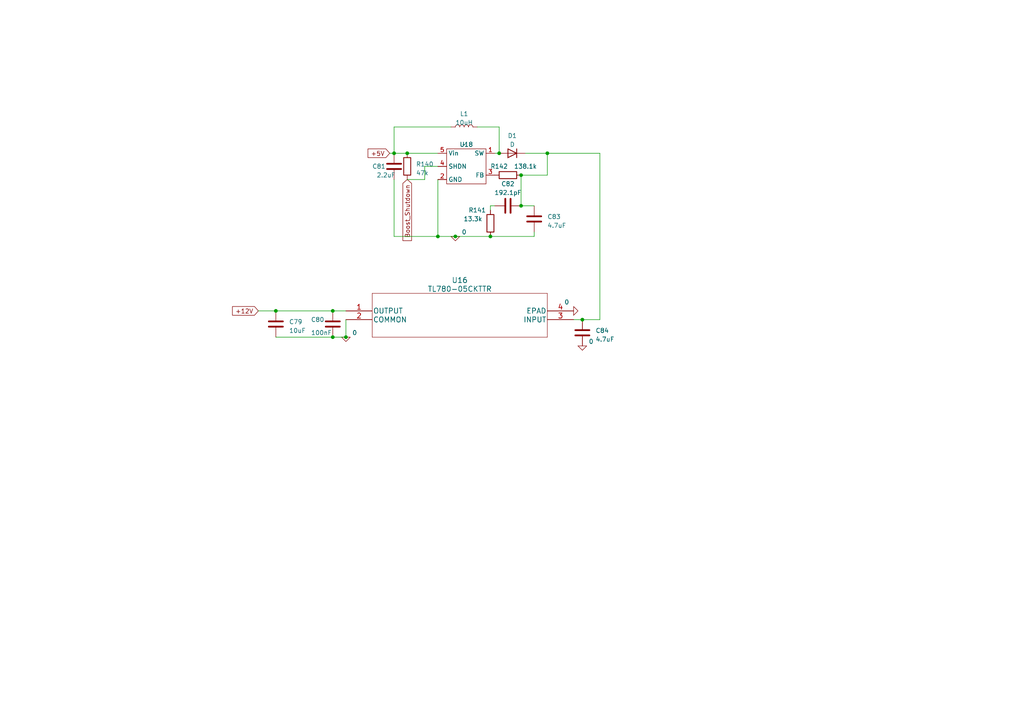
<source format=kicad_sch>
(kicad_sch (version 20230121) (generator eeschema)
  (paper "A4")
  (lib_symbols
    (symbol "Device:C" (pin_numbers hide) (pin_names (offset 0.254))
      (property "Reference" "C" (at 0.635 2.54 0))
      (property "Value" "C" (at 0.635 -2.54 0))
      (symbol "C_0_1"
        (polyline (pts (xy -2.032 -0.762) (xy 2.032 -0.762)) (stroke (width 0.508)))
        (polyline (pts (xy -2.032 0.762) (xy 2.032 0.762)) (stroke (width 0.508)))
      )
      (symbol "C_1_1"
        (pin passive line (at 0 3.81 270) (length 2.794) (name "~") (number "1"))
        (pin passive line (at 0 -3.81 90) (length 2.794) (name "~") (number "2"))
      )
    )
    (symbol "Device:D" (pin_numbers hide) (pin_names (offset 1.016) hide)
      (property "Reference" "D" (at 0 2.54 0))
      (property "Value" "D" (at 0 -2.54 0))
      (symbol "D_0_1"
        (polyline (pts (xy -1.27 1.27) (xy -1.27 -1.27)) (stroke (width 0.254)))
        (polyline (pts (xy 1.27 0) (xy -1.27 0)))
        (polyline (pts (xy 1.27 1.27) (xy 1.27 -1.27) (xy -1.27 0) (xy 1.27 1.27)) (stroke (width 0.254)))
      )
      (symbol "D_1_1"
        (pin passive line (at -3.81 0 0) (length 2.54) (name "K") (number "1"))
        (pin passive line (at 3.81 0 180) (length 2.54) (name "A") (number "2"))
      )
    )
    (symbol "Device:L" (pin_numbers hide) (pin_names (offset 1.016) hide)
      (property "Reference" "L" (at -1.27 0 90))
      (property "Value" "L" (at 1.905 0 90))
      (symbol "L_0_1"
        (arc (start 0 -2.54) (mid 0.6323 -1.905) (end 0 -1.27))
        (arc (start 0 -1.27) (mid 0.6323 -0.635) (end 0 0))
        (arc (start 0 0) (mid 0.6323 0.635) (end 0 1.27))
        (arc (start 0 1.27) (mid 0.6323 1.905) (end 0 2.54))
      )
      (symbol "L_1_1"
        (pin passive line (at 0 3.81 270) (length 1.27) (name "1") (number "1"))
        (pin passive line (at 0 -3.81 90) (length 1.27) (name "2") (number "2"))
      )
    )
    (symbol "Device:R" (pin_numbers hide) (pin_names (offset 0))
      (property "Reference" "R" (at 2.032 0 90))
      (property "Value" "R" (at 0 0 90))
      (symbol "R_0_1"
        (rectangle (start -1.016 -2.54) (end 1.016 2.54) (stroke (width 0.254)))
      )
      (symbol "R_1_1"
        (pin passive line (at 0 3.81 270) (length 1.27) (name "~") (number "1"))
        (pin passive line (at 0 -3.81 90) (length 1.27) (name "~") (number "2"))
      )
    )
    (symbol "FaultSignalGeneratorCustomSymbols:TL780-05CKTTR" (pin_names (offset 0.254))
      (property "Reference" "U" (at 33.02 10.16 0))
      (property "Value" "TL780-05CKTTR" (at 33.02 7.62 0))
      (symbol "TL780-05CKTTR_1_1"
        (polyline (pts (xy 7.62 -7.62) (xy 58.42 -7.62)) (stroke (width 0.127)))
        (polyline (pts (xy 7.62 5.08) (xy 7.62 -7.62)) (stroke (width 0.127)))
        (polyline (pts (xy 58.42 -7.62) (xy 58.42 5.08)) (stroke (width 0.127)))
        (polyline (pts (xy 58.42 5.08) (xy 7.62 5.08)) (stroke (width 0.127)))
        (pin output line (at 0 0 0) (length 7.62) (name "OUTPUT") (number "1"))
        (pin unspecified line (at 0 -2.54 0) (length 7.62) (name "COMMON") (number "2"))
        (pin input line (at 66.04 -2.54 180) (length 7.62) (name "INPUT") (number "3"))
        (pin unspecified line (at 66.04 0 180) (length 7.62) (name "EPAD") (number "4"))
      )
    )
    (symbol "LMR62014_1"
      (property "Reference" "U" (at 0 0 0))
      (symbol "LMR62014_1_0_1"
        (rectangle (start -5.08 -1.27) (end 6.35 -11.43))
      )
      (symbol "LMR62014_1_1_1"
        (pin output line (at 8.89 -2.54 180) (length 2.54) (name "SW") (number "1"))
        (pin power_in line (at -7.62 -10.16 0) (length 2.54) (name "GND") (number "2"))
        (pin unspecified line (at 8.89 -8.89 180) (length 2.54) (name "FB") (number "3"))
        (pin input line (at -7.62 -6.35 0) (length 2.54) (name "SHDN") (number "4"))
        (pin power_in line (at -7.62 -2.54 0) (length 2.54) (name "Vin") (number "5"))
      )
    )
    (symbol "pspice:0" (power) (pin_names (offset 0))
      (property "Value" "0" (at 0 -1.778 0))
      (symbol "0_0_1"
        (polyline (pts (xy -1.27 0) (xy 0 -1.27) (xy 1.27 0) (xy -1.27 0)))
      )
      (symbol "0_1_1"
        (pin power_in line (at 0 0 0) (length 0) hide (name "0") (number "1"))
      )
    )
  )
  (junction (at 168.91 92.71))
  (junction (at 127 68.58))
  (junction (at 100.33 97.79))
  (junction (at 118.11 44.45))
  (junction (at 158.75 44.45))
  (junction (at 132.08 68.58))
  (junction (at 144.78 44.45))
  (junction (at 151.13 59.69))
  (junction (at 96.52 90.17))
  (junction (at 114.3 44.45))
  (junction (at 96.52 97.79))
  (junction (at 80.01 90.17))
  (junction (at 151.13 50.8))
  (junction (at 142.24 68.58))
  (wire (pts (xy 144.78 36.83) (xy 144.78 44.45)))
  (wire (pts (xy 114.3 52.07) (xy 114.3 68.58)))
  (wire (pts (xy 166.37 92.71) (xy 168.91 92.71)))
  (wire (pts (xy 123.19 48.26) (xy 123.19 52.07)))
  (wire (pts (xy 123.19 52.07) (xy 118.11 52.07)))
  (wire (pts (xy 74.93 90.17) (xy 80.01 90.17)))
  (wire (pts (xy 138.43 36.83) (xy 144.78 36.83)))
  (wire (pts (xy 80.01 97.79) (xy 96.52 97.79)))
  (wire (pts (xy 114.3 68.58) (xy 127 68.58)))
  (wire (pts (xy 80.01 90.17) (xy 96.52 90.17)))
  (wire (pts (xy 114.3 44.45) (xy 118.11 44.45)))
  (wire (pts (xy 96.52 90.17) (xy 100.33 90.17)))
  (wire (pts (xy 143.51 44.45) (xy 144.78 44.45)))
  (wire (pts (xy 151.13 59.69) (xy 154.94 59.69)))
  (wire (pts (xy 130.81 36.83) (xy 114.3 36.83)))
  (wire (pts (xy 113.03 44.45) (xy 114.3 44.45)))
  (wire (pts (xy 168.91 92.71) (xy 173.99 92.71)))
  (wire (pts (xy 100.33 92.71) (xy 100.33 97.79)))
  (wire (pts (xy 118.11 44.45) (xy 127 44.45)))
  (wire (pts (xy 96.52 97.79) (xy 100.33 97.79)))
  (wire (pts (xy 142.24 59.69) (xy 143.51 59.69)))
  (wire (pts (xy 154.94 67.31) (xy 154.94 68.58)))
  (wire (pts (xy 158.75 44.45) (xy 158.75 50.8)))
  (wire (pts (xy 142.24 60.96) (xy 142.24 59.69)))
  (wire (pts (xy 142.24 68.58) (xy 154.94 68.58)))
  (wire (pts (xy 173.99 92.71) (xy 173.99 44.45)))
  (wire (pts (xy 127 48.26) (xy 123.19 48.26)))
  (wire (pts (xy 132.08 68.58) (xy 142.24 68.58)))
  (wire (pts (xy 127 68.58) (xy 132.08 68.58)))
  (wire (pts (xy 173.99 44.45) (xy 158.75 44.45)))
  (wire (pts (xy 114.3 36.83) (xy 114.3 44.45)))
  (wire (pts (xy 152.4 44.45) (xy 158.75 44.45)))
  (wire (pts (xy 151.13 50.8) (xy 151.13 59.69)))
  (wire (pts (xy 127 52.07) (xy 127 68.58)))
  (wire (pts (xy 158.75 50.8) (xy 151.13 50.8)))
  (global_label "+5V" (shape input) (at 113.03 44.45 180) (property "Intersheetrefs" "${INTERSHEET_REFS}" (effects hide)))
  (global_label "+12V" (shape input) (at 74.93 90.17 180) (property "Intersheetrefs" "${INTERSHEET_REFS}" (effects hide)))
  (global_label "Boost_Shutdown" (shape input) (at 118.11 52.07 270) (property "Intersheetrefs" "${INTERSHEET_REFS}" (effects hide)))
  (symbol (lib_id "pspice:0") (at 132.08 68.58 0) (unit 1)
    (property "Reference" "#GND055" (effects hide))
    (property "Value" "0" (at 134.62 67.31 0))
    (instances (project "FaultSignalGenerator_Isaiah_16Channel" (path "" (reference "#GND055") (unit 1)) (path "" (reference "#GND087") (unit 1)) (path "" (reference "#GND085") (unit 1))))
  )
  (symbol (lib_id "pspice:0") (at 100.33 97.79 0) (unit 1)
    (property "Reference" "#GND055" (effects hide))
    (property "Value" "0" (at 102.87 96.52 0))
    (instances (project "FaultSignalGenerator_Isaiah_16Channel" (path "" (reference "#GND055") (unit 1)) (path "" (reference "#GND087") (unit 1)) (path "" (reference "#GND084") (unit 1))))
  )
  (symbol (lib_id "Device:C") (at 96.52 93.98 180) (unit 1)
    (property "Reference" "C80" (at 90.17 92.71 0) (effects (justify right)))
    (property "Value" "100nF" (at 90.17 96.52 0) (effects (justify right)))
    (property "Footprint" "Capacitor_SMD:C_1206_3216Metric_Pad1.33x1.80mm_HandSolder" (effects hide))
  )
  (symbol (lib_id "Device:C") (at 154.94 63.5 180) (unit 1)
    (property "Reference" "C83" (at 158.75 62.865 0) (effects (justify right)))
    (property "Value" "4.7uF" (at 158.75 65.405 0) (effects (justify right)))
    (property "Footprint" "Capacitor_SMD:C_1206_3216Metric_Pad1.33x1.80mm_HandSolder" (effects hide))
  )
  (symbol (lib_id "Device:R") (at 142.24 64.77 180) (unit 1)
    (property "Reference" "R141" (at 138.43 60.96 0))
    (property "Value" "13.3k" (at 137.16 63.5 0))
    (property "Footprint" "Resistor_SMD:R_1206_3216Metric" (effects hide))
  )
  (symbol (lib_id "pspice:0") (at 168.91 100.33 0) (unit 1)
    (property "Reference" "#GND055" (effects hide))
    (property "Value" "0" (at 171.45 99.06 0))
    (instances (project "FaultSignalGenerator_Isaiah_16Channel" (path "" (reference "#GND055") (unit 1)) (path "" (reference "#GND087") (unit 1)) (path "" (reference "#GND087") (unit 1))))
  )
  (symbol (lib_id "Device:C") (at 168.91 96.52 180) (unit 1)
    (property "Reference" "C84" (at 172.72 95.885 0) (effects (justify right)))
    (property "Value" "4.7uF" (at 172.72 98.425 0) (effects (justify right)))
    (property "Footprint" "Capacitor_SMD:C_1206_3216Metric_Pad1.33x1.80mm_HandSolder" (effects hide))
  )
  (symbol (lib_id "Device:D") (at 148.59 44.45 180) (unit 1)
    (property "Reference" "D1" (at 148.59 39.37 0))
    (property "Value" "D" (at 148.59 41.91 0))
    (property "Footprint" "Diode_SMD:D_SMC" (effects hide))
    (property "Sim.Device" "D" (effects hide))
    (property "Sim.Pins" "1=K 2=A" (effects hide))
  )
  (symbol (lib_id "FaultSignalGeneratorCustomSymbols:TL780-05CKTTR") (at 100.33 90.17 0) (unit 1)
    (property "Reference" "U16" (at 133.35 81.28 0) (effects (font (size 1.524 1.524))))
    (property "Value" "TL780-05CKTTR" (at 133.35 83.82 0) (effects (font (size 1.524 1.524))))
    (property "Footprint" "Package_TO_SOT_SMD:TO-263-3_TabPin4" (effects hide))
  )
  (symbol (lib_id "Device:L") (at 134.62 36.83 90) (unit 1)
    (property "Reference" "L1" (at 134.62 33.02 90))
    (property "Value" "10uH" (at 134.62 35.56 90))
    (property "Footprint" "Inductor_SMD:L_1210_3225Metric" (effects hide))
  )
  (symbol (lib_id "Device:C") (at 80.01 93.98 0) (unit 1)
    (property "Reference" "C79" (at 83.82 93.345 0) (effects (justify left)))
    (property "Value" "10uF" (at 83.82 95.885 0) (effects (justify left)))
    (property "Footprint" "Capacitor_SMD:CP_Elec_4x5.4" (effects hide))
  )
  (symbol (lib_id "Device:R") (at 147.32 50.8 90) (unit 1)
    (property "Reference" "R142" (at 144.78 48.26 90))
    (property "Value" "138.1k" (at 152.4 48.26 90))
    (property "Footprint" "Resistor_SMD:R_0603_1608Metric" (effects hide))
  )
  (symbol (lib_id "Device:C") (at 147.32 59.69 90) (unit 1)
    (property "Reference" "C82" (at 147.32 53.34 90))
    (property "Value" "192.1pF" (at 147.32 55.88 90))
    (property "Footprint" "Capacitor_SMD:C_1206_3216Metric_Pad1.33x1.80mm_HandSolder" (effects hide))
  )
  (symbol (lib_id "Device:C") (at 114.3 48.26 180) (unit 1)
    (property "Reference" "C81" (at 107.95 48.26 0) (effects (justify right)))
    (property "Value" "2.2uF" (at 109.22 50.8 0) (effects (justify right)))
    (property "Footprint" "Capacitor_SMD:C_1206_3216Metric_Pad1.33x1.80mm_HandSolder" (effects hide))
  )
  (symbol (lib_id "Device:R") (at 118.11 48.26 180) (unit 1)
    (property "Reference" "R140" (at 120.65 47.625 0) (effects (justify right)))
    (property "Value" "47k" (at 120.65 50.165 0) (effects (justify right)))
    (property "Footprint" "Resistor_SMD:R_1206_3216Metric" (effects hide))
  )
  (symbol (lib_id "pspice:0") (at 166.37 90.17 90) (unit 1)
    (property "Reference" "#GND055" (effects hide))
    (property "Value" "0" (at 165.1 87.63 90) (effects (justify left)))
    (instances (project "FaultSignalGenerator_Isaiah_16Channel" (path "" (reference "#GND055") (unit 1)) (path "" (reference "#GND087") (unit 1)) (path "" (reference "#GND086") (unit 1))))
  )
  (symbol (lib_name "LMR62014_1") (lib_id "FaultSignalGeneratorCustomSymbols:LMR62014") (at 134.62 41.91 0) (unit 1)
    (property "Reference" "U18" (at 135.255 41.91 0))
    (property "Value" "~" (at 134.62 41.91 0))
    (property "Footprint" "Package_TO_SOT_SMD:SOT-23-5" (effects hide))
  )
)
</source>
